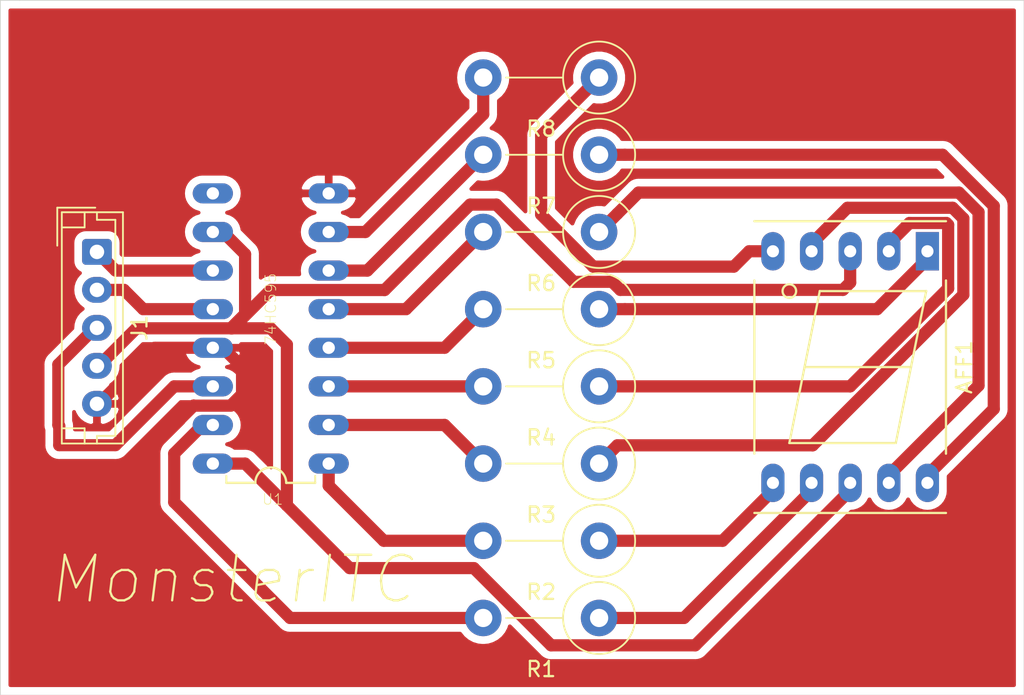
<source format=kicad_pcb>
(kicad_pcb (version 20171130) (host pcbnew "(5.1.2)-2")

  (general
    (thickness 1.6)
    (drawings 6)
    (tracks 117)
    (zones 0)
    (modules 11)
    (nets 23)
  )

  (page A4)
  (layers
    (0 F.Cu signal)
    (31 B.Cu signal)
    (32 B.Adhes user)
    (33 F.Adhes user)
    (34 B.Paste user)
    (35 F.Paste user)
    (36 B.SilkS user)
    (37 F.SilkS user)
    (38 B.Mask user)
    (39 F.Mask user)
    (40 Dwgs.User user)
    (41 Cmts.User user)
    (42 Eco1.User user)
    (43 Eco2.User user)
    (44 Edge.Cuts user)
    (45 Margin user)
    (46 B.CrtYd user)
    (47 F.CrtYd user)
    (48 B.Fab user)
    (49 F.Fab user)
  )

  (setup
    (last_trace_width 0.8)
    (user_trace_width 0.8)
    (trace_clearance 0.2)
    (zone_clearance 0.508)
    (zone_45_only no)
    (trace_min 0.2)
    (via_size 0.8)
    (via_drill 0.4)
    (via_min_size 0.4)
    (via_min_drill 0.3)
    (uvia_size 0.3)
    (uvia_drill 0.1)
    (uvias_allowed no)
    (uvia_min_size 0.2)
    (uvia_min_drill 0.1)
    (edge_width 0.05)
    (segment_width 0.2)
    (pcb_text_width 0.3)
    (pcb_text_size 1.5 1.5)
    (mod_edge_width 0.12)
    (mod_text_size 1 1)
    (mod_text_width 0.15)
    (pad_size 1.524 1.524)
    (pad_drill 0.762)
    (pad_to_mask_clearance 0.051)
    (solder_mask_min_width 0.25)
    (aux_axis_origin 0 0)
    (visible_elements FFFFFF7F)
    (pcbplotparams
      (layerselection 0x010fc_ffffffff)
      (usegerberextensions false)
      (usegerberattributes false)
      (usegerberadvancedattributes false)
      (creategerberjobfile false)
      (excludeedgelayer true)
      (linewidth 0.100000)
      (plotframeref false)
      (viasonmask false)
      (mode 1)
      (useauxorigin false)
      (hpglpennumber 1)
      (hpglpenspeed 20)
      (hpglpendiameter 15.000000)
      (psnegative false)
      (psa4output false)
      (plotreference true)
      (plotvalue true)
      (plotinvisibletext false)
      (padsonsilk false)
      (subtractmaskfromsilk false)
      (outputformat 1)
      (mirror false)
      (drillshape 0)
      (scaleselection 1)
      (outputdirectory ""))
  )

  (net 0 "")
  (net 1 "Net-(AFF1-Pad10)")
  (net 2 "Net-(AFF1-Pad9)")
  (net 3 VCC)
  (net 4 "Net-(AFF1-Pad7)")
  (net 5 "Net-(AFF1-Pad6)")
  (net 6 "Net-(AFF1-Pad5)")
  (net 7 "Net-(AFF1-Pad4)")
  (net 8 "Net-(AFF1-Pad2)")
  (net 9 "Net-(AFF1-Pad1)")
  (net 10 "Net-(J1-Pad1)")
  (net 11 "Net-(J1-Pad2)")
  (net 12 "Net-(J1-Pad3)")
  (net 13 GND)
  (net 14 "Net-(R1-Pad2)")
  (net 15 "Net-(R2-Pad2)")
  (net 16 "Net-(R3-Pad2)")
  (net 17 "Net-(R4-Pad2)")
  (net 18 "Net-(R5-Pad2)")
  (net 19 "Net-(R6-Pad2)")
  (net 20 "Net-(R7-Pad2)")
  (net 21 "Net-(R8-Pad2)")
  (net 22 "Net-(U1-Pad9)")

  (net_class Default "This is the default net class."
    (clearance 0.2)
    (trace_width 0.25)
    (via_dia 0.8)
    (via_drill 0.4)
    (uvia_dia 0.3)
    (uvia_drill 0.1)
    (add_net GND)
    (add_net "Net-(AFF1-Pad1)")
    (add_net "Net-(AFF1-Pad10)")
    (add_net "Net-(AFF1-Pad2)")
    (add_net "Net-(AFF1-Pad4)")
    (add_net "Net-(AFF1-Pad5)")
    (add_net "Net-(AFF1-Pad6)")
    (add_net "Net-(AFF1-Pad7)")
    (add_net "Net-(AFF1-Pad9)")
    (add_net "Net-(J1-Pad1)")
    (add_net "Net-(J1-Pad2)")
    (add_net "Net-(J1-Pad3)")
    (add_net "Net-(R1-Pad2)")
    (add_net "Net-(R2-Pad2)")
    (add_net "Net-(R3-Pad2)")
    (add_net "Net-(R4-Pad2)")
    (add_net "Net-(R5-Pad2)")
    (add_net "Net-(R6-Pad2)")
    (add_net "Net-(R7-Pad2)")
    (add_net "Net-(R8-Pad2)")
    (add_net "Net-(U1-Pad9)")
    (add_net VCC)
  )

  (module Resistor_THT:R_Axial_DIN0414_L11.9mm_D4.5mm_P7.62mm_Vertical (layer F.Cu) (tedit 5AE5139B) (tstamp 5D895E19)
    (at 130.81 85.09 180)
    (descr "Resistor, Axial_DIN0414 series, Axial, Vertical, pin pitch=7.62mm, 2W, length*diameter=11.9*4.5mm^2, http://www.vishay.com/docs/20128/wkxwrx.pdf")
    (tags "Resistor Axial_DIN0414 series Axial Vertical pin pitch 7.62mm 2W length 11.9mm diameter 4.5mm")
    (path /5D8950E9)
    (fp_text reference R5 (at 3.81 -3.37) (layer F.SilkS)
      (effects (font (size 1 1) (thickness 0.15)))
    )
    (fp_text value 220 (at 3.81 3.37) (layer F.Fab)
      (effects (font (size 1 1) (thickness 0.15)))
    )
    (fp_circle (center 0 0) (end 2.25 0) (layer F.Fab) (width 0.1))
    (fp_circle (center 0 0) (end 2.37 0) (layer F.SilkS) (width 0.12))
    (fp_line (start 0 0) (end 7.62 0) (layer F.Fab) (width 0.1))
    (fp_line (start 2.37 0) (end 6.12 0) (layer F.SilkS) (width 0.12))
    (fp_line (start -2.5 -2.5) (end -2.5 2.5) (layer F.CrtYd) (width 0.05))
    (fp_line (start -2.5 2.5) (end 9.07 2.5) (layer F.CrtYd) (width 0.05))
    (fp_line (start 9.07 2.5) (end 9.07 -2.5) (layer F.CrtYd) (width 0.05))
    (fp_line (start 9.07 -2.5) (end -2.5 -2.5) (layer F.CrtYd) (width 0.05))
    (fp_text user %R (at 3.81 -3.37) (layer F.Fab)
      (effects (font (size 1 1) (thickness 0.15)))
    )
    (pad 1 thru_hole circle (at 0 0 180) (size 2.4 2.4) (drill 1.2) (layers *.Cu *.Mask)
      (net 9 "Net-(AFF1-Pad1)"))
    (pad 2 thru_hole oval (at 7.62 0 180) (size 2.4 2.4) (drill 1.2) (layers *.Cu *.Mask)
      (net 18 "Net-(R5-Pad2)"))
    (model ${KISYS3DMOD}/Resistor_THT.3dshapes/R_Axial_DIN0414_L11.9mm_D4.5mm_P7.62mm_Vertical.wrl
      (at (xyz 0 0 0))
      (scale (xyz 1 1 1))
      (rotate (xyz 0 0 0))
    )
  )

  (module Display_7Segment:7SegmentLED_LTS6760_LTS6780 (layer F.Cu) (tedit 5BE69100) (tstamp 5D895DAB)
    (at 152.4 81.28 270)
    (descr "7-Segment Display, LTS67x0, http://optoelectronics.liteon.com/upload/download/DS30-2001-355/S6760jd.pdf")
    (tags "7Segment LED LTS6760 LTS6780")
    (path /5D8A266B)
    (fp_text reference AFF1 (at 7.62 -2.42 90) (layer F.SilkS)
      (effects (font (size 1 1) (thickness 0.15)))
    )
    (fp_text value LTS-6960HR (at 7.62 12.58 90) (layer F.Fab)
      (effects (font (size 1 1) (thickness 0.15)))
    )
    (fp_line (start -1.88 -0.17) (end -1.88 11.33) (layer F.Fab) (width 0.1))
    (fp_line (start -0.88 -1.17) (end -1.88 -0.17) (layer F.Fab) (width 0.1))
    (fp_line (start 17.12 -1.17) (end -0.88 -1.17) (layer F.Fab) (width 0.1))
    (fp_line (start 17.12 11.33) (end 17.12 -1.17) (layer F.Fab) (width 0.1))
    (fp_line (start -1.88 11.33) (end 17.12 11.33) (layer F.Fab) (width 0.1))
    (fp_circle (center 2.62 9.08) (end 2.42 9.48) (layer F.SilkS) (width 0.15))
    (fp_line (start 17.22 -1.22) (end 17.22 11.38) (layer F.SilkS) (width 0.15))
    (fp_line (start 13.32 11.38) (end 1.92 11.38) (layer F.SilkS) (width 0.15))
    (fp_line (start 13.32 -1.22) (end 1.92 -1.22) (layer F.SilkS) (width 0.15))
    (fp_line (start -1.98 11.38) (end -1.98 -1.22) (layer F.SilkS) (width 0.15))
    (fp_line (start 12.62 2.08) (end 12.62 9.08) (layer F.SilkS) (width 0.15))
    (fp_line (start 7.62 8.08) (end 7.62 1.08) (layer F.SilkS) (width 0.15))
    (fp_line (start 12.62 9.08) (end 7.62 8.08) (layer F.SilkS) (width 0.15))
    (fp_line (start 2.62 7.08) (end 7.62 8.08) (layer F.SilkS) (width 0.15))
    (fp_line (start 2.62 0.08) (end 2.62 7.08) (layer F.SilkS) (width 0.15))
    (fp_line (start 7.62 1.08) (end 2.62 0.08) (layer F.SilkS) (width 0.15))
    (fp_line (start 12.62 2.08) (end 7.62 1.08) (layer F.SilkS) (width 0.15))
    (fp_text user %R (at 7.87 4.824999 90) (layer F.Fab)
      (effects (font (size 1 1) (thickness 0.15)))
    )
    (fp_line (start 17.62 -1.67) (end 17.62 11.83) (layer F.CrtYd) (width 0.05))
    (fp_line (start 17.62 11.83) (end -2.38 11.83) (layer F.CrtYd) (width 0.05))
    (fp_line (start -2.38 11.83) (end -2.38 -1.67) (layer F.CrtYd) (width 0.05))
    (fp_line (start -2.38 -1.67) (end 17.62 -1.67) (layer F.CrtYd) (width 0.05))
    (pad 10 thru_hole oval (at 15.24 0 180) (size 1.524 2.524) (drill 0.8) (layers *.Cu *.Mask)
      (net 1 "Net-(AFF1-Pad10)"))
    (pad 9 thru_hole oval (at 15.24 2.54 180) (size 1.524 2.524) (drill 0.8) (layers *.Cu *.Mask)
      (net 2 "Net-(AFF1-Pad9)"))
    (pad 8 thru_hole oval (at 15.24 5.08 180) (size 1.524 2.524) (drill 0.8) (layers *.Cu *.Mask)
      (net 3 VCC))
    (pad 7 thru_hole oval (at 15.24 7.62 180) (size 1.524 2.524) (drill 0.8) (layers *.Cu *.Mask)
      (net 4 "Net-(AFF1-Pad7)"))
    (pad 6 thru_hole oval (at 15.24 10.16 180) (size 1.524 2.524) (drill 0.8) (layers *.Cu *.Mask)
      (net 5 "Net-(AFF1-Pad6)"))
    (pad 5 thru_hole oval (at 0 10.16 180) (size 1.524 2.524) (drill 0.8) (layers *.Cu *.Mask)
      (net 6 "Net-(AFF1-Pad5)"))
    (pad 4 thru_hole oval (at 0 7.62 180) (size 1.524 2.524) (drill 0.8) (layers *.Cu *.Mask)
      (net 7 "Net-(AFF1-Pad4)"))
    (pad 3 thru_hole oval (at 0 5.08 180) (size 1.524 2.524) (drill 0.8) (layers *.Cu *.Mask)
      (net 3 VCC))
    (pad 2 thru_hole oval (at 0 2.54 180) (size 1.524 2.524) (drill 0.8) (layers *.Cu *.Mask)
      (net 8 "Net-(AFF1-Pad2)"))
    (pad 1 thru_hole rect (at 0 0 180) (size 1.524 2.524) (drill 0.8) (layers *.Cu *.Mask)
      (net 9 "Net-(AFF1-Pad1)"))
    (model ${KISYS3DMOD}/Display_7Segment.3dshapes/7SegmentLED_LTS6760_LTS6780.wrl
      (at (xyz 0 0 0))
      (scale (xyz 1 1 1))
      (rotate (xyz 0 0 0))
    )
  )

  (module Connector_JST:JST_EH_B5B-EH-A_1x05_P2.50mm_Vertical (layer F.Cu) (tedit 5C28142C) (tstamp 5D895DCE)
    (at 97.79 81.32 270)
    (descr "JST EH series connector, B5B-EH-A (http://www.jst-mfg.com/product/pdf/eng/eEH.pdf), generated with kicad-footprint-generator")
    (tags "connector JST EH vertical")
    (path /5D88F904)
    (fp_text reference J1 (at 5 -2.8 90) (layer F.SilkS)
      (effects (font (size 1 1) (thickness 0.15)))
    )
    (fp_text value Conn_01x05_Male (at 5 3.4 90) (layer F.Fab)
      (effects (font (size 1 1) (thickness 0.15)))
    )
    (fp_line (start -2.5 -1.6) (end -2.5 2.2) (layer F.Fab) (width 0.1))
    (fp_line (start -2.5 2.2) (end 12.5 2.2) (layer F.Fab) (width 0.1))
    (fp_line (start 12.5 2.2) (end 12.5 -1.6) (layer F.Fab) (width 0.1))
    (fp_line (start 12.5 -1.6) (end -2.5 -1.6) (layer F.Fab) (width 0.1))
    (fp_line (start -3 -2.1) (end -3 2.7) (layer F.CrtYd) (width 0.05))
    (fp_line (start -3 2.7) (end 13 2.7) (layer F.CrtYd) (width 0.05))
    (fp_line (start 13 2.7) (end 13 -2.1) (layer F.CrtYd) (width 0.05))
    (fp_line (start 13 -2.1) (end -3 -2.1) (layer F.CrtYd) (width 0.05))
    (fp_line (start -2.61 -1.71) (end -2.61 2.31) (layer F.SilkS) (width 0.12))
    (fp_line (start -2.61 2.31) (end 12.61 2.31) (layer F.SilkS) (width 0.12))
    (fp_line (start 12.61 2.31) (end 12.61 -1.71) (layer F.SilkS) (width 0.12))
    (fp_line (start 12.61 -1.71) (end -2.61 -1.71) (layer F.SilkS) (width 0.12))
    (fp_line (start -2.61 0) (end -2.11 0) (layer F.SilkS) (width 0.12))
    (fp_line (start -2.11 0) (end -2.11 -1.21) (layer F.SilkS) (width 0.12))
    (fp_line (start -2.11 -1.21) (end 12.11 -1.21) (layer F.SilkS) (width 0.12))
    (fp_line (start 12.11 -1.21) (end 12.11 0) (layer F.SilkS) (width 0.12))
    (fp_line (start 12.11 0) (end 12.61 0) (layer F.SilkS) (width 0.12))
    (fp_line (start -2.61 0.81) (end -1.61 0.81) (layer F.SilkS) (width 0.12))
    (fp_line (start -1.61 0.81) (end -1.61 2.31) (layer F.SilkS) (width 0.12))
    (fp_line (start 12.61 0.81) (end 11.61 0.81) (layer F.SilkS) (width 0.12))
    (fp_line (start 11.61 0.81) (end 11.61 2.31) (layer F.SilkS) (width 0.12))
    (fp_line (start -2.91 0.11) (end -2.91 2.61) (layer F.SilkS) (width 0.12))
    (fp_line (start -2.91 2.61) (end -0.41 2.61) (layer F.SilkS) (width 0.12))
    (fp_line (start -2.91 0.11) (end -2.91 2.61) (layer F.Fab) (width 0.1))
    (fp_line (start -2.91 2.61) (end -0.41 2.61) (layer F.Fab) (width 0.1))
    (fp_text user %R (at 1.23 0 90) (layer F.Fab)
      (effects (font (size 1 1) (thickness 0.15)))
    )
    (pad 1 thru_hole roundrect (at 0 0 270) (size 1.7 1.95) (drill 0.95) (layers *.Cu *.Mask) (roundrect_rratio 0.147059)
      (net 10 "Net-(J1-Pad1)"))
    (pad 2 thru_hole oval (at 2.5 0 270) (size 1.7 1.95) (drill 0.95) (layers *.Cu *.Mask)
      (net 11 "Net-(J1-Pad2)"))
    (pad 3 thru_hole oval (at 5 0 270) (size 1.7 1.95) (drill 0.95) (layers *.Cu *.Mask)
      (net 12 "Net-(J1-Pad3)"))
    (pad 4 thru_hole oval (at 7.5 0 270) (size 1.7 1.95) (drill 0.95) (layers *.Cu *.Mask)
      (net 3 VCC))
    (pad 5 thru_hole oval (at 10 0 270) (size 1.7 1.95) (drill 0.95) (layers *.Cu *.Mask)
      (net 13 GND))
    (model ${KISYS3DMOD}/Connector_JST.3dshapes/JST_EH_B5B-EH-A_1x05_P2.50mm_Vertical.wrl
      (at (xyz 0 0 0))
      (scale (xyz 1 1 1))
      (rotate (xyz 0 0 0))
    )
  )

  (module Resistor_THT:R_Axial_DIN0414_L11.9mm_D4.5mm_P7.62mm_Vertical (layer F.Cu) (tedit 5AE5139B) (tstamp 5D895DDD)
    (at 130.81 105.41 180)
    (descr "Resistor, Axial_DIN0414 series, Axial, Vertical, pin pitch=7.62mm, 2W, length*diameter=11.9*4.5mm^2, http://www.vishay.com/docs/20128/wkxwrx.pdf")
    (tags "Resistor Axial_DIN0414 series Axial Vertical pin pitch 7.62mm 2W length 11.9mm diameter 4.5mm")
    (path /5D8931A2)
    (fp_text reference R1 (at 3.81 -3.37) (layer F.SilkS)
      (effects (font (size 1 1) (thickness 0.15)))
    )
    (fp_text value 220 (at 3.81 3.37) (layer F.Fab)
      (effects (font (size 1 1) (thickness 0.15)))
    )
    (fp_circle (center 0 0) (end 2.25 0) (layer F.Fab) (width 0.1))
    (fp_circle (center 0 0) (end 2.37 0) (layer F.SilkS) (width 0.12))
    (fp_line (start 0 0) (end 7.62 0) (layer F.Fab) (width 0.1))
    (fp_line (start 2.37 0) (end 6.12 0) (layer F.SilkS) (width 0.12))
    (fp_line (start -2.5 -2.5) (end -2.5 2.5) (layer F.CrtYd) (width 0.05))
    (fp_line (start -2.5 2.5) (end 9.07 2.5) (layer F.CrtYd) (width 0.05))
    (fp_line (start 9.07 2.5) (end 9.07 -2.5) (layer F.CrtYd) (width 0.05))
    (fp_line (start 9.07 -2.5) (end -2.5 -2.5) (layer F.CrtYd) (width 0.05))
    (fp_text user %R (at 3.81 -3.37) (layer F.Fab)
      (effects (font (size 1 1) (thickness 0.15)))
    )
    (pad 1 thru_hole circle (at 0 0 180) (size 2.4 2.4) (drill 1.2) (layers *.Cu *.Mask)
      (net 4 "Net-(AFF1-Pad7)"))
    (pad 2 thru_hole oval (at 7.62 0 180) (size 2.4 2.4) (drill 1.2) (layers *.Cu *.Mask)
      (net 14 "Net-(R1-Pad2)"))
    (model ${KISYS3DMOD}/Resistor_THT.3dshapes/R_Axial_DIN0414_L11.9mm_D4.5mm_P7.62mm_Vertical.wrl
      (at (xyz 0 0 0))
      (scale (xyz 1 1 1))
      (rotate (xyz 0 0 0))
    )
  )

  (module Resistor_THT:R_Axial_DIN0414_L11.9mm_D4.5mm_P7.62mm_Vertical (layer F.Cu) (tedit 5AE5139B) (tstamp 5D895DEC)
    (at 130.81 100.33 180)
    (descr "Resistor, Axial_DIN0414 series, Axial, Vertical, pin pitch=7.62mm, 2W, length*diameter=11.9*4.5mm^2, http://www.vishay.com/docs/20128/wkxwrx.pdf")
    (tags "Resistor Axial_DIN0414 series Axial Vertical pin pitch 7.62mm 2W length 11.9mm diameter 4.5mm")
    (path /5D8938B0)
    (fp_text reference R2 (at 3.81 -3.37) (layer F.SilkS)
      (effects (font (size 1 1) (thickness 0.15)))
    )
    (fp_text value 220 (at 3.81 3.37) (layer F.Fab)
      (effects (font (size 1 1) (thickness 0.15)))
    )
    (fp_text user %R (at 3.81 -3.37) (layer F.Fab)
      (effects (font (size 1 1) (thickness 0.15)))
    )
    (fp_line (start 9.07 -2.5) (end -2.5 -2.5) (layer F.CrtYd) (width 0.05))
    (fp_line (start 9.07 2.5) (end 9.07 -2.5) (layer F.CrtYd) (width 0.05))
    (fp_line (start -2.5 2.5) (end 9.07 2.5) (layer F.CrtYd) (width 0.05))
    (fp_line (start -2.5 -2.5) (end -2.5 2.5) (layer F.CrtYd) (width 0.05))
    (fp_line (start 2.37 0) (end 6.12 0) (layer F.SilkS) (width 0.12))
    (fp_line (start 0 0) (end 7.62 0) (layer F.Fab) (width 0.1))
    (fp_circle (center 0 0) (end 2.37 0) (layer F.SilkS) (width 0.12))
    (fp_circle (center 0 0) (end 2.25 0) (layer F.Fab) (width 0.1))
    (pad 2 thru_hole oval (at 7.62 0 180) (size 2.4 2.4) (drill 1.2) (layers *.Cu *.Mask)
      (net 15 "Net-(R2-Pad2)"))
    (pad 1 thru_hole circle (at 0 0 180) (size 2.4 2.4) (drill 1.2) (layers *.Cu *.Mask)
      (net 5 "Net-(AFF1-Pad6)"))
    (model ${KISYS3DMOD}/Resistor_THT.3dshapes/R_Axial_DIN0414_L11.9mm_D4.5mm_P7.62mm_Vertical.wrl
      (at (xyz 0 0 0))
      (scale (xyz 1 1 1))
      (rotate (xyz 0 0 0))
    )
  )

  (module Resistor_THT:R_Axial_DIN0414_L11.9mm_D4.5mm_P7.62mm_Vertical (layer F.Cu) (tedit 5AE5139B) (tstamp 5D895DFB)
    (at 130.81 95.25 180)
    (descr "Resistor, Axial_DIN0414 series, Axial, Vertical, pin pitch=7.62mm, 2W, length*diameter=11.9*4.5mm^2, http://www.vishay.com/docs/20128/wkxwrx.pdf")
    (tags "Resistor Axial_DIN0414 series Axial Vertical pin pitch 7.62mm 2W length 11.9mm diameter 4.5mm")
    (path /5D894B11)
    (fp_text reference R3 (at 3.81 -3.37) (layer F.SilkS)
      (effects (font (size 1 1) (thickness 0.15)))
    )
    (fp_text value 220 (at 3.81 3.37) (layer F.Fab)
      (effects (font (size 1 1) (thickness 0.15)))
    )
    (fp_circle (center 0 0) (end 2.25 0) (layer F.Fab) (width 0.1))
    (fp_circle (center 0 0) (end 2.37 0) (layer F.SilkS) (width 0.12))
    (fp_line (start 0 0) (end 7.62 0) (layer F.Fab) (width 0.1))
    (fp_line (start 2.37 0) (end 6.12 0) (layer F.SilkS) (width 0.12))
    (fp_line (start -2.5 -2.5) (end -2.5 2.5) (layer F.CrtYd) (width 0.05))
    (fp_line (start -2.5 2.5) (end 9.07 2.5) (layer F.CrtYd) (width 0.05))
    (fp_line (start 9.07 2.5) (end 9.07 -2.5) (layer F.CrtYd) (width 0.05))
    (fp_line (start 9.07 -2.5) (end -2.5 -2.5) (layer F.CrtYd) (width 0.05))
    (fp_text user %R (at 3.81 -3.37) (layer F.Fab)
      (effects (font (size 1 1) (thickness 0.15)))
    )
    (pad 1 thru_hole circle (at 0 0 180) (size 2.4 2.4) (drill 1.2) (layers *.Cu *.Mask)
      (net 7 "Net-(AFF1-Pad4)"))
    (pad 2 thru_hole oval (at 7.62 0 180) (size 2.4 2.4) (drill 1.2) (layers *.Cu *.Mask)
      (net 16 "Net-(R3-Pad2)"))
    (model ${KISYS3DMOD}/Resistor_THT.3dshapes/R_Axial_DIN0414_L11.9mm_D4.5mm_P7.62mm_Vertical.wrl
      (at (xyz 0 0 0))
      (scale (xyz 1 1 1))
      (rotate (xyz 0 0 0))
    )
  )

  (module Resistor_THT:R_Axial_DIN0414_L11.9mm_D4.5mm_P7.62mm_Vertical (layer F.Cu) (tedit 5AE5139B) (tstamp 5D895E0A)
    (at 130.81 90.17 180)
    (descr "Resistor, Axial_DIN0414 series, Axial, Vertical, pin pitch=7.62mm, 2W, length*diameter=11.9*4.5mm^2, http://www.vishay.com/docs/20128/wkxwrx.pdf")
    (tags "Resistor Axial_DIN0414 series Axial Vertical pin pitch 7.62mm 2W length 11.9mm diameter 4.5mm")
    (path /5D894B17)
    (fp_text reference R4 (at 3.81 -3.37) (layer F.SilkS)
      (effects (font (size 1 1) (thickness 0.15)))
    )
    (fp_text value 220 (at 3.81 3.37) (layer F.Fab)
      (effects (font (size 1 1) (thickness 0.15)))
    )
    (fp_text user %R (at 3.81 -3.37) (layer F.Fab)
      (effects (font (size 1 1) (thickness 0.15)))
    )
    (fp_line (start 9.07 -2.5) (end -2.5 -2.5) (layer F.CrtYd) (width 0.05))
    (fp_line (start 9.07 2.5) (end 9.07 -2.5) (layer F.CrtYd) (width 0.05))
    (fp_line (start -2.5 2.5) (end 9.07 2.5) (layer F.CrtYd) (width 0.05))
    (fp_line (start -2.5 -2.5) (end -2.5 2.5) (layer F.CrtYd) (width 0.05))
    (fp_line (start 2.37 0) (end 6.12 0) (layer F.SilkS) (width 0.12))
    (fp_line (start 0 0) (end 7.62 0) (layer F.Fab) (width 0.1))
    (fp_circle (center 0 0) (end 2.37 0) (layer F.SilkS) (width 0.12))
    (fp_circle (center 0 0) (end 2.25 0) (layer F.Fab) (width 0.1))
    (pad 2 thru_hole oval (at 7.62 0 180) (size 2.4 2.4) (drill 1.2) (layers *.Cu *.Mask)
      (net 17 "Net-(R4-Pad2)"))
    (pad 1 thru_hole circle (at 0 0 180) (size 2.4 2.4) (drill 1.2) (layers *.Cu *.Mask)
      (net 8 "Net-(AFF1-Pad2)"))
    (model ${KISYS3DMOD}/Resistor_THT.3dshapes/R_Axial_DIN0414_L11.9mm_D4.5mm_P7.62mm_Vertical.wrl
      (at (xyz 0 0 0))
      (scale (xyz 1 1 1))
      (rotate (xyz 0 0 0))
    )
  )

  (module Resistor_THT:R_Axial_DIN0414_L11.9mm_D4.5mm_P7.62mm_Vertical (layer F.Cu) (tedit 5AE5139B) (tstamp 5D895E28)
    (at 130.81 80.01 180)
    (descr "Resistor, Axial_DIN0414 series, Axial, Vertical, pin pitch=7.62mm, 2W, length*diameter=11.9*4.5mm^2, http://www.vishay.com/docs/20128/wkxwrx.pdf")
    (tags "Resistor Axial_DIN0414 series Axial Vertical pin pitch 7.62mm 2W length 11.9mm diameter 4.5mm")
    (path /5D8950EF)
    (fp_text reference R6 (at 3.81 -3.37) (layer F.SilkS)
      (effects (font (size 1 1) (thickness 0.15)))
    )
    (fp_text value 220 (at 3.81 3.37) (layer F.Fab)
      (effects (font (size 1 1) (thickness 0.15)))
    )
    (fp_text user %R (at 3.81 -3.37) (layer F.Fab)
      (effects (font (size 1 1) (thickness 0.15)))
    )
    (fp_line (start 9.07 -2.5) (end -2.5 -2.5) (layer F.CrtYd) (width 0.05))
    (fp_line (start 9.07 2.5) (end 9.07 -2.5) (layer F.CrtYd) (width 0.05))
    (fp_line (start -2.5 2.5) (end 9.07 2.5) (layer F.CrtYd) (width 0.05))
    (fp_line (start -2.5 -2.5) (end -2.5 2.5) (layer F.CrtYd) (width 0.05))
    (fp_line (start 2.37 0) (end 6.12 0) (layer F.SilkS) (width 0.12))
    (fp_line (start 0 0) (end 7.62 0) (layer F.Fab) (width 0.1))
    (fp_circle (center 0 0) (end 2.37 0) (layer F.SilkS) (width 0.12))
    (fp_circle (center 0 0) (end 2.25 0) (layer F.Fab) (width 0.1))
    (pad 2 thru_hole oval (at 7.62 0 180) (size 2.4 2.4) (drill 1.2) (layers *.Cu *.Mask)
      (net 19 "Net-(R6-Pad2)"))
    (pad 1 thru_hole circle (at 0 0 180) (size 2.4 2.4) (drill 1.2) (layers *.Cu *.Mask)
      (net 2 "Net-(AFF1-Pad9)"))
    (model ${KISYS3DMOD}/Resistor_THT.3dshapes/R_Axial_DIN0414_L11.9mm_D4.5mm_P7.62mm_Vertical.wrl
      (at (xyz 0 0 0))
      (scale (xyz 1 1 1))
      (rotate (xyz 0 0 0))
    )
  )

  (module Resistor_THT:R_Axial_DIN0414_L11.9mm_D4.5mm_P7.62mm_Vertical (layer F.Cu) (tedit 5AE5139B) (tstamp 5D895E37)
    (at 130.81 74.93 180)
    (descr "Resistor, Axial_DIN0414 series, Axial, Vertical, pin pitch=7.62mm, 2W, length*diameter=11.9*4.5mm^2, http://www.vishay.com/docs/20128/wkxwrx.pdf")
    (tags "Resistor Axial_DIN0414 series Axial Vertical pin pitch 7.62mm 2W length 11.9mm diameter 4.5mm")
    (path /5D89565D)
    (fp_text reference R7 (at 3.81 -3.37) (layer F.SilkS)
      (effects (font (size 1 1) (thickness 0.15)))
    )
    (fp_text value 220 (at 3.81 3.37) (layer F.Fab)
      (effects (font (size 1 1) (thickness 0.15)))
    )
    (fp_circle (center 0 0) (end 2.25 0) (layer F.Fab) (width 0.1))
    (fp_circle (center 0 0) (end 2.37 0) (layer F.SilkS) (width 0.12))
    (fp_line (start 0 0) (end 7.62 0) (layer F.Fab) (width 0.1))
    (fp_line (start 2.37 0) (end 6.12 0) (layer F.SilkS) (width 0.12))
    (fp_line (start -2.5 -2.5) (end -2.5 2.5) (layer F.CrtYd) (width 0.05))
    (fp_line (start -2.5 2.5) (end 9.07 2.5) (layer F.CrtYd) (width 0.05))
    (fp_line (start 9.07 2.5) (end 9.07 -2.5) (layer F.CrtYd) (width 0.05))
    (fp_line (start 9.07 -2.5) (end -2.5 -2.5) (layer F.CrtYd) (width 0.05))
    (fp_text user %R (at 3.81 -3.37) (layer F.Fab)
      (effects (font (size 1 1) (thickness 0.15)))
    )
    (pad 1 thru_hole circle (at 0 0 180) (size 2.4 2.4) (drill 1.2) (layers *.Cu *.Mask)
      (net 1 "Net-(AFF1-Pad10)"))
    (pad 2 thru_hole oval (at 7.62 0 180) (size 2.4 2.4) (drill 1.2) (layers *.Cu *.Mask)
      (net 20 "Net-(R7-Pad2)"))
    (model ${KISYS3DMOD}/Resistor_THT.3dshapes/R_Axial_DIN0414_L11.9mm_D4.5mm_P7.62mm_Vertical.wrl
      (at (xyz 0 0 0))
      (scale (xyz 1 1 1))
      (rotate (xyz 0 0 0))
    )
  )

  (module Resistor_THT:R_Axial_DIN0414_L11.9mm_D4.5mm_P7.62mm_Vertical (layer F.Cu) (tedit 5AE5139B) (tstamp 5D895E46)
    (at 130.81 69.85 180)
    (descr "Resistor, Axial_DIN0414 series, Axial, Vertical, pin pitch=7.62mm, 2W, length*diameter=11.9*4.5mm^2, http://www.vishay.com/docs/20128/wkxwrx.pdf")
    (tags "Resistor Axial_DIN0414 series Axial Vertical pin pitch 7.62mm 2W length 11.9mm diameter 4.5mm")
    (path /5D895663)
    (fp_text reference R8 (at 3.81 -3.37) (layer F.SilkS)
      (effects (font (size 1 1) (thickness 0.15)))
    )
    (fp_text value 220 (at 3.81 3.37) (layer F.Fab)
      (effects (font (size 1 1) (thickness 0.15)))
    )
    (fp_text user %R (at 3.81 -3.37) (layer F.Fab)
      (effects (font (size 1 1) (thickness 0.15)))
    )
    (fp_line (start 9.07 -2.5) (end -2.5 -2.5) (layer F.CrtYd) (width 0.05))
    (fp_line (start 9.07 2.5) (end 9.07 -2.5) (layer F.CrtYd) (width 0.05))
    (fp_line (start -2.5 2.5) (end 9.07 2.5) (layer F.CrtYd) (width 0.05))
    (fp_line (start -2.5 -2.5) (end -2.5 2.5) (layer F.CrtYd) (width 0.05))
    (fp_line (start 2.37 0) (end 6.12 0) (layer F.SilkS) (width 0.12))
    (fp_line (start 0 0) (end 7.62 0) (layer F.Fab) (width 0.1))
    (fp_circle (center 0 0) (end 2.37 0) (layer F.SilkS) (width 0.12))
    (fp_circle (center 0 0) (end 2.25 0) (layer F.Fab) (width 0.1))
    (pad 2 thru_hole oval (at 7.62 0 180) (size 2.4 2.4) (drill 1.2) (layers *.Cu *.Mask)
      (net 21 "Net-(R8-Pad2)"))
    (pad 1 thru_hole circle (at 0 0 180) (size 2.4 2.4) (drill 1.2) (layers *.Cu *.Mask)
      (net 6 "Net-(AFF1-Pad5)"))
    (model ${KISYS3DMOD}/Resistor_THT.3dshapes/R_Axial_DIN0414_L11.9mm_D4.5mm_P7.62mm_Vertical.wrl
      (at (xyz 0 0 0))
      (scale (xyz 1 1 1))
      (rotate (xyz 0 0 0))
    )
  )

  (module LOGIC-74HC595N_DIP16_:DIP16-2.54-20.32X5.84MM (layer F.Cu) (tedit 0) (tstamp 5D895E60)
    (at 109.22 86.36 90)
    (descr "<b>Dual In Line Package</b>")
    (path /5D890BBD)
    (fp_text reference U1 (at -11.243 0.12704) (layer F.SilkS)
      (effects (font (size 0.70022 0.70022) (thickness 0.05)))
    )
    (fp_text value 74HC595 (at 1.27 0 90) (layer F.SilkS)
      (effects (font (size 0.700439 0.700439) (thickness 0.05)))
    )
    (fp_line (start -10.16 -2.921) (end -10.16 -1.016) (layer F.SilkS) (width 0.1524))
    (fp_line (start -10.16 2.921) (end -10.16 1.016) (layer F.SilkS) (width 0.1524))
    (fp_arc (start -10.16 0) (end -10.16 1.016) (angle -180) (layer F.SilkS) (width 0.1524))
    (fp_poly (pts (xy -10.1801 -2.921) (xy 10.16 -2.921) (xy 10.16 2.92679) (xy -10.1801 2.92679)) (layer Eco1.User) (width 0))
    (fp_line (start -10.16 -2.921) (end -9.7 -2.921) (layer F.SilkS) (width 0.127))
    (fp_line (start -10.16 2.921) (end -9.7 2.921) (layer F.SilkS) (width 0.127))
    (pad 1 thru_hole oval (at -8.89 3.81 180) (size 2.6416 1.3208) (drill 0.8128) (layers *.Cu *.Mask)
      (net 15 "Net-(R2-Pad2)"))
    (pad 2 thru_hole oval (at -6.35 3.81 180) (size 2.6416 1.3208) (drill 0.8128) (layers *.Cu *.Mask)
      (net 16 "Net-(R3-Pad2)"))
    (pad 7 thru_hole oval (at 6.35 3.81 180) (size 2.6416 1.3208) (drill 0.8128) (layers *.Cu *.Mask)
      (net 21 "Net-(R8-Pad2)"))
    (pad 8 thru_hole oval (at 8.89 3.81 180) (size 2.6416 1.3208) (drill 0.8128) (layers *.Cu *.Mask)
      (net 13 GND))
    (pad 3 thru_hole oval (at -3.81 3.81 180) (size 2.6416 1.3208) (drill 0.8128) (layers *.Cu *.Mask)
      (net 17 "Net-(R4-Pad2)"))
    (pad 4 thru_hole oval (at -1.27 3.81 180) (size 2.6416 1.3208) (drill 0.8128) (layers *.Cu *.Mask)
      (net 18 "Net-(R5-Pad2)"))
    (pad 6 thru_hole oval (at 3.81 3.81 180) (size 2.6416 1.3208) (drill 0.8128) (layers *.Cu *.Mask)
      (net 20 "Net-(R7-Pad2)"))
    (pad 5 thru_hole oval (at 1.27 3.81 180) (size 2.6416 1.3208) (drill 0.8128) (layers *.Cu *.Mask)
      (net 19 "Net-(R6-Pad2)"))
    (pad 9 thru_hole oval (at 8.89 -3.81 180) (size 2.6416 1.3208) (drill 0.8128) (layers *.Cu *.Mask)
      (net 22 "Net-(U1-Pad9)"))
    (pad 10 thru_hole oval (at 6.35 -3.81 180) (size 2.6416 1.3208) (drill 0.8128) (layers *.Cu *.Mask)
      (net 3 VCC))
    (pad 11 thru_hole oval (at 3.81 -3.81 180) (size 2.6416 1.3208) (drill 0.8128) (layers *.Cu *.Mask)
      (net 10 "Net-(J1-Pad1)"))
    (pad 12 thru_hole oval (at 1.27 -3.81 180) (size 2.6416 1.3208) (drill 0.8128) (layers *.Cu *.Mask)
      (net 11 "Net-(J1-Pad2)"))
    (pad 13 thru_hole oval (at -1.27 -3.81 180) (size 2.6416 1.3208) (drill 0.8128) (layers *.Cu *.Mask)
      (net 13 GND))
    (pad 14 thru_hole oval (at -3.81 -3.81 180) (size 2.6416 1.3208) (drill 0.8128) (layers *.Cu *.Mask)
      (net 12 "Net-(J1-Pad3)"))
    (pad 15 thru_hole oval (at -6.35 -3.81 180) (size 2.6416 1.3208) (drill 0.8128) (layers *.Cu *.Mask)
      (net 14 "Net-(R1-Pad2)"))
    (pad 16 thru_hole oval (at -8.89 -3.81 180) (size 2.6416 1.3208) (drill 0.8128) (layers *.Cu *.Mask)
      (net 3 VCC))
  )

  (gr_text "MonsterITC\n" (at 106.68 102.87) (layer F.SilkS)
    (effects (font (size 3 3) (thickness 0.15) italic))
  )
  (gr_line (start 91.44 64.77) (end 91.44 110.49) (layer Edge.Cuts) (width 0.05) (tstamp 5D89667B))
  (gr_line (start 92.71 64.77) (end 91.44 64.77) (layer Edge.Cuts) (width 0.05))
  (gr_line (start 158.75 64.77) (end 92.71 64.77) (layer Edge.Cuts) (width 0.05))
  (gr_line (start 158.75 110.49) (end 158.75 64.77) (layer Edge.Cuts) (width 0.05))
  (gr_line (start 91.44 110.49) (end 158.75 110.49) (layer Edge.Cuts) (width 0.05))

  (segment (start 132.507056 74.93) (end 130.81 74.93) (width 0.8) (layer F.Cu) (net 1))
  (segment (start 153.396682 74.93) (end 132.507056 74.93) (width 0.8) (layer F.Cu) (net 1))
  (segment (start 156.762031 78.295349) (end 153.396682 74.93) (width 0.8) (layer F.Cu) (net 1))
  (segment (start 156.762031 91.657969) (end 156.762031 78.295349) (width 0.8) (layer F.Cu) (net 1))
  (segment (start 152.4 96.02) (end 156.762031 91.657969) (width 0.8) (layer F.Cu) (net 1))
  (segment (start 152.4 96.52) (end 152.4 96.02) (width 0.8) (layer F.Cu) (net 1))
  (segment (start 133.402021 77.417979) (end 132.009999 78.810001) (width 0.8) (layer F.Cu) (net 2))
  (segment (start 154.470435 77.417979) (end 133.402021 77.417979) (width 0.8) (layer F.Cu) (net 2))
  (segment (start 155.762021 78.709565) (end 154.470435 77.417979) (width 0.8) (layer F.Cu) (net 2))
  (segment (start 155.762021 90.117979) (end 155.762021 78.709565) (width 0.8) (layer F.Cu) (net 2))
  (segment (start 132.009999 78.810001) (end 130.81 80.01) (width 0.8) (layer F.Cu) (net 2))
  (segment (start 149.86 96.02) (end 155.762021 90.117979) (width 0.8) (layer F.Cu) (net 2))
  (segment (start 149.86 96.52) (end 149.86 96.02) (width 0.8) (layer F.Cu) (net 2))
  (segment (start 106.0704 80.01) (end 105.41 80.01) (width 0.8) (layer F.Cu) (net 3))
  (segment (start 106.592478 86.35041) (end 107.5308 85.412088) (width 0.8) (layer F.Cu) (net 3))
  (segment (start 100.38459 86.35041) (end 106.592478 86.35041) (width 0.8) (layer F.Cu) (net 3))
  (segment (start 97.915 88.82) (end 100.38459 86.35041) (width 0.8) (layer F.Cu) (net 3))
  (segment (start 107.5308 81.4704) (end 106.0704 80.01) (width 0.8) (layer F.Cu) (net 3))
  (segment (start 97.79 88.82) (end 97.915 88.82) (width 0.8) (layer F.Cu) (net 3))
  (segment (start 107.5308 85.412088) (end 107.5308 84.2392) (width 0.8) (layer F.Cu) (net 3))
  (segment (start 107.5308 84.2392) (end 107.5308 81.4704) (width 0.8) (layer F.Cu) (net 3))
  (segment (start 107.5308 95.25) (end 105.41 95.25) (width 0.8) (layer F.Cu) (net 3))
  (segment (start 122.574003 102.130001) (end 114.410801 102.130001) (width 0.8) (layer F.Cu) (net 3))
  (segment (start 127.654003 107.210001) (end 122.574003 102.130001) (width 0.8) (layer F.Cu) (net 3))
  (segment (start 147.32 97.02) (end 137.129999 107.210001) (width 0.8) (layer F.Cu) (net 3))
  (segment (start 137.129999 107.210001) (end 127.654003 107.210001) (width 0.8) (layer F.Cu) (net 3))
  (segment (start 147.32 96.52) (end 147.32 97.02) (width 0.8) (layer F.Cu) (net 3))
  (segment (start 110.2804 87.4204) (end 110.2804 97.9996) (width 0.8) (layer F.Cu) (net 3))
  (segment (start 109.21041 86.35041) (end 110.2804 87.4204) (width 0.8) (layer F.Cu) (net 3))
  (segment (start 114.410801 102.130001) (end 110.2804 97.9996) (width 0.8) (layer F.Cu) (net 3))
  (segment (start 110.2804 97.9996) (end 107.5308 95.25) (width 0.8) (layer F.Cu) (net 3))
  (segment (start 109.21041 83.82959) (end 106.68959 86.35041) (width 0.8) (layer F.Cu) (net 3))
  (segment (start 116.706408 83.82959) (end 109.21041 83.82959) (width 0.8) (layer F.Cu) (net 3))
  (segment (start 122.325999 78.209999) (end 116.706408 83.82959) (width 0.8) (layer F.Cu) (net 3))
  (segment (start 129.134001 83.289999) (end 124.054001 78.209999) (width 0.8) (layer F.Cu) (net 3))
  (segment (start 124.054001 78.209999) (end 122.325999 78.209999) (width 0.8) (layer F.Cu) (net 3))
  (segment (start 132.204002 83.82) (end 131.674001 83.289999) (width 0.8) (layer F.Cu) (net 3))
  (segment (start 146.842 83.82) (end 132.204002 83.82) (width 0.8) (layer F.Cu) (net 3))
  (segment (start 131.674001 83.289999) (end 129.134001 83.289999) (width 0.8) (layer F.Cu) (net 3))
  (segment (start 147.32 83.342) (end 146.842 83.82) (width 0.8) (layer F.Cu) (net 3))
  (segment (start 147.32 81.28) (end 147.32 83.342) (width 0.8) (layer F.Cu) (net 3))
  (segment (start 106.68959 86.35041) (end 109.21041 86.35041) (width 0.8) (layer F.Cu) (net 3))
  (segment (start 106.592478 86.35041) (end 106.68959 86.35041) (width 0.8) (layer F.Cu) (net 3))
  (segment (start 144.78 97.02) (end 144.78 96.52) (width 0.8) (layer F.Cu) (net 4))
  (segment (start 136.39 105.41) (end 144.78 97.02) (width 0.8) (layer F.Cu) (net 4))
  (segment (start 130.81 105.41) (end 136.39 105.41) (width 0.8) (layer F.Cu) (net 4))
  (segment (start 142.24 97.02) (end 142.24 96.52) (width 0.8) (layer F.Cu) (net 5))
  (segment (start 138.93 100.33) (end 142.24 97.02) (width 0.8) (layer F.Cu) (net 5))
  (segment (start 130.81 100.33) (end 138.93 100.33) (width 0.8) (layer F.Cu) (net 5))
  (segment (start 130.425987 82.289989) (end 127 78.864002) (width 0.8) (layer F.Cu) (net 6))
  (segment (start 139.668011 82.289989) (end 130.425987 82.289989) (width 0.8) (layer F.Cu) (net 6))
  (segment (start 142.24 81.28) (end 140.678 81.28) (width 0.8) (layer F.Cu) (net 6))
  (segment (start 140.678 81.28) (end 139.668011 82.289989) (width 0.8) (layer F.Cu) (net 6))
  (segment (start 127 73.66) (end 130.81 69.85) (width 0.8) (layer F.Cu) (net 6))
  (segment (start 127 78.864002) (end 127 73.66) (width 0.8) (layer F.Cu) (net 6))
  (segment (start 132.009999 94.050001) (end 130.81 95.25) (width 0.8) (layer F.Cu) (net 7))
  (segment (start 144.854225 94.050001) (end 132.009999 94.050001) (width 0.8) (layer F.Cu) (net 7))
  (segment (start 154.762011 84.142215) (end 144.854225 94.050001) (width 0.8) (layer F.Cu) (net 7))
  (segment (start 154.762011 79.123782) (end 154.762011 84.142215) (width 0.8) (layer F.Cu) (net 7))
  (segment (start 154.056218 78.417989) (end 154.762011 79.123782) (width 0.8) (layer F.Cu) (net 7))
  (segment (start 147.142011 78.417989) (end 154.056218 78.417989) (width 0.8) (layer F.Cu) (net 7))
  (segment (start 144.78 80.78) (end 147.142011 78.417989) (width 0.8) (layer F.Cu) (net 7))
  (segment (start 144.78 81.28) (end 144.78 80.78) (width 0.8) (layer F.Cu) (net 7))
  (segment (start 153.762001 79.537999) (end 153.762001 83.727999) (width 0.8) (layer F.Cu) (net 8))
  (segment (start 153.642001 79.417999) (end 153.762001 79.537999) (width 0.8) (layer F.Cu) (net 8))
  (segment (start 151.222001 79.417999) (end 153.642001 79.417999) (width 0.8) (layer F.Cu) (net 8))
  (segment (start 149.86 81.28) (end 149.86 80.78) (width 0.8) (layer F.Cu) (net 8))
  (segment (start 149.86 80.78) (end 151.222001 79.417999) (width 0.8) (layer F.Cu) (net 8))
  (segment (start 147.32 90.17) (end 130.81 90.17) (width 0.8) (layer F.Cu) (net 8))
  (segment (start 153.762001 83.727999) (end 147.32 90.17) (width 0.8) (layer F.Cu) (net 8))
  (segment (start 132.507056 85.09) (end 130.81 85.09) (width 0.8) (layer F.Cu) (net 9))
  (segment (start 149.09 85.09) (end 132.507056 85.09) (width 0.8) (layer F.Cu) (net 9))
  (segment (start 152.4 81.78) (end 149.09 85.09) (width 0.8) (layer F.Cu) (net 9))
  (segment (start 152.4 81.28) (end 152.4 81.78) (width 0.8) (layer F.Cu) (net 9))
  (segment (start 99.02 82.55) (end 105.41 82.55) (width 0.8) (layer F.Cu) (net 10))
  (segment (start 97.79 81.32) (end 99.02 82.55) (width 0.8) (layer F.Cu) (net 10))
  (segment (start 99.565 83.82) (end 100.835 85.09) (width 0.8) (layer F.Cu) (net 11))
  (segment (start 97.79 83.82) (end 99.565 83.82) (width 0.8) (layer F.Cu) (net 11))
  (segment (start 100.835 85.09) (end 105.41 85.09) (width 0.8) (layer F.Cu) (net 11))
  (segment (start 97.665 86.32) (end 95.25 88.735) (width 0.8) (layer F.Cu) (net 12))
  (segment (start 97.79 86.32) (end 97.665 86.32) (width 0.8) (layer F.Cu) (net 12))
  (segment (start 95.25 88.735) (end 95.25 92.71) (width 0.8) (layer F.Cu) (net 12))
  (segment (start 95.31001 92.77001) (end 95.31001 94.04001) (width 0.8) (layer F.Cu) (net 12))
  (segment (start 95.25 92.71) (end 95.31001 92.77001) (width 0.8) (layer F.Cu) (net 12))
  (segment (start 95.31001 94.04001) (end 98.99999 94.04001) (width 0.8) (layer F.Cu) (net 12))
  (segment (start 102.87 90.17) (end 105.41 90.17) (width 0.8) (layer F.Cu) (net 12))
  (segment (start 98.99999 94.04001) (end 102.87 90.17) (width 0.8) (layer F.Cu) (net 12))
  (segment (start 97.915 91.32) (end 101.605 87.63) (width 0.8) (layer F.Cu) (net 13))
  (segment (start 97.79 91.32) (end 97.915 91.32) (width 0.8) (layer F.Cu) (net 13))
  (segment (start 101.605 87.63) (end 105.41 87.63) (width 0.8) (layer F.Cu) (net 13))
  (segment (start 106.582888 91.44) (end 104.14 91.44) (width 0.8) (layer F.Cu) (net 13))
  (segment (start 107.33081 90.692078) (end 106.582888 91.44) (width 0.8) (layer F.Cu) (net 13))
  (segment (start 107.33081 88.89041) (end 107.33081 90.692078) (width 0.8) (layer F.Cu) (net 13))
  (segment (start 105.41 87.63) (end 106.0704 87.63) (width 0.8) (layer F.Cu) (net 13))
  (segment (start 106.0704 87.63) (end 107.33081 88.89041) (width 0.8) (layer F.Cu) (net 13))
  (segment (start 104.14 91.44) (end 102.87 92.71) (width 0.8) (layer F.Cu) (net 13))
  (segment (start 102.87 92.71) (end 104.14959 91.43041) (width 0.8) (layer F.Cu) (net 13))
  (segment (start 110.49 105.41) (end 123.19 105.41) (width 0.8) (layer F.Cu) (net 14))
  (segment (start 102.87 97.79) (end 110.49 105.41) (width 0.8) (layer F.Cu) (net 14))
  (segment (start 102.87 94.5896) (end 102.87 97.79) (width 0.8) (layer F.Cu) (net 14))
  (segment (start 105.41 92.71) (end 104.7496 92.71) (width 0.8) (layer F.Cu) (net 14))
  (segment (start 104.7496 92.71) (end 102.87 94.5896) (width 0.8) (layer F.Cu) (net 14))
  (segment (start 113.03 96.7104) (end 116.6496 100.33) (width 0.8) (layer F.Cu) (net 15))
  (segment (start 113.03 95.25) (end 113.03 96.7104) (width 0.8) (layer F.Cu) (net 15))
  (segment (start 116.6496 100.33) (end 123.19 100.33) (width 0.8) (layer F.Cu) (net 15))
  (segment (start 120.65 92.71) (end 123.19 95.25) (width 0.8) (layer F.Cu) (net 16))
  (segment (start 113.03 92.71) (end 120.65 92.71) (width 0.8) (layer F.Cu) (net 16))
  (segment (start 113.03 90.17) (end 123.19 90.17) (width 0.8) (layer F.Cu) (net 17))
  (segment (start 120.65 87.63) (end 123.19 85.09) (width 0.8) (layer F.Cu) (net 18))
  (segment (start 113.03 87.63) (end 120.65 87.63) (width 0.8) (layer F.Cu) (net 18))
  (segment (start 118.11 85.09) (end 123.19 80.01) (width 0.8) (layer F.Cu) (net 19))
  (segment (start 113.03 85.09) (end 118.11 85.09) (width 0.8) (layer F.Cu) (net 19))
  (segment (start 115.57 82.55) (end 123.19 74.93) (width 0.8) (layer F.Cu) (net 20))
  (segment (start 113.03 82.55) (end 115.57 82.55) (width 0.8) (layer F.Cu) (net 20))
  (segment (start 115.445998 80.01) (end 123.19 72.265998) (width 0.8) (layer F.Cu) (net 21))
  (segment (start 113.03 80.01) (end 115.445998 80.01) (width 0.8) (layer F.Cu) (net 21))
  (segment (start 123.19 72.265998) (end 123.19 69.85) (width 0.8) (layer F.Cu) (net 21))

  (zone (net 13) (net_name GND) (layer F.Cu) (tstamp 5D8966D0) (hatch edge 0.508)
    (connect_pads (clearance 0.508))
    (min_thickness 0.254)
    (fill yes (arc_segments 32) (thermal_gap 0.508) (thermal_bridge_width 0.508))
    (polygon
      (pts
        (xy 91.44 64.77) (xy 158.75 64.77) (xy 158.75 110.49) (xy 91.44 110.49)
      )
    )
    (filled_polygon
      (pts
        (xy 158.09 109.83) (xy 92.1 109.83) (xy 92.1 88.735) (xy 94.209994 88.735) (xy 94.215 88.785828)
        (xy 94.215001 92.659162) (xy 94.209994 92.71) (xy 94.229977 92.912895) (xy 94.27501 93.061348) (xy 94.275011 93.989163)
        (xy 94.270003 94.04001) (xy 94.289986 94.242905) (xy 94.349169 94.438003) (xy 94.445276 94.617807) (xy 94.574614 94.775406)
        (xy 94.732213 94.904744) (xy 94.912017 95.000851) (xy 95.107115 95.060034) (xy 95.259172 95.07501) (xy 95.31001 95.080017)
        (xy 95.360848 95.07501) (xy 98.949162 95.07501) (xy 98.99999 95.080016) (xy 99.050818 95.07501) (xy 99.050828 95.07501)
        (xy 99.202885 95.060034) (xy 99.397983 95.000851) (xy 99.577787 94.904744) (xy 99.735386 94.775406) (xy 99.767797 94.735913)
        (xy 103.298711 91.205) (xy 103.968801 91.205) (xy 104.026433 91.252297) (xy 104.251474 91.372583) (xy 104.473715 91.44)
        (xy 104.251474 91.507417) (xy 104.026433 91.627703) (xy 103.829182 91.789582) (xy 103.667303 91.986833) (xy 103.547017 92.211874)
        (xy 103.472944 92.456057) (xy 103.465636 92.530253) (xy 102.174097 93.821793) (xy 102.134604 93.854204) (xy 102.005266 94.011803)
        (xy 101.909159 94.191608) (xy 101.849976 94.386706) (xy 101.835 94.538763) (xy 101.835 94.538772) (xy 101.829994 94.5896)
        (xy 101.835 94.640428) (xy 101.835001 97.739162) (xy 101.829994 97.79) (xy 101.849977 97.992895) (xy 101.90916 98.187993)
        (xy 102.005266 98.367797) (xy 102.102197 98.485907) (xy 102.134605 98.525396) (xy 102.174093 98.557803) (xy 109.722197 106.105908)
        (xy 109.754604 106.145396) (xy 109.794092 106.177803) (xy 109.912202 106.274734) (xy 109.920556 106.279199) (xy 110.092007 106.370841)
        (xy 110.287105 106.430024) (xy 110.439162 106.445) (xy 110.439171 106.445) (xy 110.489999 106.450006) (xy 110.540827 106.445)
        (xy 121.665567 106.445) (xy 121.886181 106.713819) (xy 122.165596 106.943129) (xy 122.484378 107.113521) (xy 122.830277 107.218448)
        (xy 123.099861 107.245) (xy 123.280139 107.245) (xy 123.549723 107.218448) (xy 123.895622 107.113521) (xy 124.214404 106.943129)
        (xy 124.493819 106.713819) (xy 124.723129 106.434404) (xy 124.893521 106.115622) (xy 124.940627 105.960335) (xy 126.8862 107.905909)
        (xy 126.918607 107.945397) (xy 126.958095 107.977804) (xy 127.076205 108.074735) (xy 127.172312 108.126105) (xy 127.25601 108.170842)
        (xy 127.451108 108.230025) (xy 127.603165 108.245001) (xy 127.603167 108.245001) (xy 127.654003 108.250008) (xy 127.704838 108.245001)
        (xy 137.079171 108.245001) (xy 137.129999 108.250007) (xy 137.180827 108.245001) (xy 137.180837 108.245001) (xy 137.332894 108.230025)
        (xy 137.527992 108.170842) (xy 137.707796 108.074735) (xy 137.865395 107.945397) (xy 137.897806 107.905904) (xy 147.386502 98.417209)
        (xy 147.593859 98.396786) (xy 147.857194 98.316904) (xy 148.099886 98.187183) (xy 148.312607 98.012608) (xy 148.487183 97.799887)
        (xy 148.59 97.607529) (xy 148.692817 97.799886) (xy 148.867392 98.012607) (xy 149.080113 98.187183) (xy 149.322805 98.316904)
        (xy 149.58614 98.396786) (xy 149.86 98.423759) (xy 150.133859 98.396786) (xy 150.397194 98.316904) (xy 150.639886 98.187183)
        (xy 150.852607 98.012608) (xy 151.027183 97.799887) (xy 151.13 97.607529) (xy 151.232817 97.799886) (xy 151.407392 98.012607)
        (xy 151.620113 98.187183) (xy 151.862805 98.316904) (xy 152.12614 98.396786) (xy 152.4 98.423759) (xy 152.673859 98.396786)
        (xy 152.937194 98.316904) (xy 153.179886 98.187183) (xy 153.392607 98.012608) (xy 153.567183 97.799887) (xy 153.696904 97.557195)
        (xy 153.776786 97.29386) (xy 153.797 97.088625) (xy 153.797 96.08671) (xy 157.457939 92.425772) (xy 157.497427 92.393365)
        (xy 157.564196 92.312007) (xy 157.626765 92.235767) (xy 157.722871 92.055963) (xy 157.722872 92.055962) (xy 157.782055 91.860864)
        (xy 157.797031 91.708807) (xy 157.797031 91.708798) (xy 157.802037 91.65797) (xy 157.797031 91.607142) (xy 157.797031 78.346176)
        (xy 157.802037 78.295348) (xy 157.797031 78.24452) (xy 157.797031 78.244511) (xy 157.782055 78.092454) (xy 157.722872 77.897356)
        (xy 157.669287 77.797105) (xy 157.626765 77.717551) (xy 157.529834 77.599441) (xy 157.497427 77.559953) (xy 157.457939 77.527546)
        (xy 154.164489 74.234097) (xy 154.132078 74.194604) (xy 153.974479 74.065266) (xy 153.794675 73.969159) (xy 153.599577 73.909976)
        (xy 153.44752 73.895) (xy 153.44751 73.895) (xy 153.396682 73.889994) (xy 153.345854 73.895) (xy 132.325371 73.895)
        (xy 132.235338 73.760256) (xy 131.979744 73.504662) (xy 131.679199 73.303844) (xy 131.34525 73.165518) (xy 130.990732 73.095)
        (xy 130.629268 73.095) (xy 130.27475 73.165518) (xy 129.940801 73.303844) (xy 129.640256 73.504662) (xy 129.384662 73.760256)
        (xy 129.183844 74.060801) (xy 129.045518 74.39475) (xy 128.975 74.749268) (xy 128.975 75.110732) (xy 129.045518 75.46525)
        (xy 129.183844 75.799199) (xy 129.384662 76.099744) (xy 129.640256 76.355338) (xy 129.940801 76.556156) (xy 130.27475 76.694482)
        (xy 130.629268 76.765) (xy 130.990732 76.765) (xy 131.34525 76.694482) (xy 131.679199 76.556156) (xy 131.979744 76.355338)
        (xy 132.235338 76.099744) (xy 132.325371 75.965) (xy 152.967972 75.965) (xy 153.385951 76.382979) (xy 133.452848 76.382979)
        (xy 133.40202 76.377973) (xy 133.351192 76.382979) (xy 133.351183 76.382979) (xy 133.199126 76.397955) (xy 133.004028 76.457138)
        (xy 132.92033 76.501875) (xy 132.824223 76.553245) (xy 132.726407 76.633521) (xy 132.666625 76.682583) (xy 132.634218 76.722071)
        (xy 131.314096 78.042194) (xy 131.314091 78.042198) (xy 131.149674 78.206615) (xy 130.990732 78.175) (xy 130.629268 78.175)
        (xy 130.27475 78.245518) (xy 129.940801 78.383844) (xy 129.640256 78.584662) (xy 129.384662 78.840256) (xy 129.183844 79.140801)
        (xy 129.053994 79.454286) (xy 128.035 78.435292) (xy 128.035 74.08871) (xy 130.470326 71.653385) (xy 130.629268 71.685)
        (xy 130.990732 71.685) (xy 131.34525 71.614482) (xy 131.679199 71.476156) (xy 131.979744 71.275338) (xy 132.235338 71.019744)
        (xy 132.436156 70.719199) (xy 132.574482 70.38525) (xy 132.645 70.030732) (xy 132.645 69.669268) (xy 132.574482 69.31475)
        (xy 132.436156 68.980801) (xy 132.235338 68.680256) (xy 131.979744 68.424662) (xy 131.679199 68.223844) (xy 131.34525 68.085518)
        (xy 130.990732 68.015) (xy 130.629268 68.015) (xy 130.27475 68.085518) (xy 129.940801 68.223844) (xy 129.640256 68.424662)
        (xy 129.384662 68.680256) (xy 129.183844 68.980801) (xy 129.045518 69.31475) (xy 128.975 69.669268) (xy 128.975 70.030732)
        (xy 129.006615 70.189674) (xy 126.304092 72.892198) (xy 126.264605 72.924604) (xy 126.232198 72.964092) (xy 126.232197 72.964093)
        (xy 126.135266 73.082203) (xy 126.03916 73.262007) (xy 125.979977 73.457105) (xy 125.959994 73.66) (xy 125.965001 73.710838)
        (xy 125.965 78.657288) (xy 124.821808 77.514096) (xy 124.789397 77.474603) (xy 124.631798 77.345265) (xy 124.451994 77.249158)
        (xy 124.256896 77.189975) (xy 124.104839 77.174999) (xy 124.104829 77.174999) (xy 124.054001 77.169993) (xy 124.003173 77.174999)
        (xy 122.408712 77.174999) (xy 122.843919 76.739792) (xy 123.099861 76.765) (xy 123.280139 76.765) (xy 123.549723 76.738448)
        (xy 123.895622 76.633521) (xy 124.214404 76.463129) (xy 124.493819 76.233819) (xy 124.723129 75.954404) (xy 124.893521 75.635622)
        (xy 124.998448 75.289723) (xy 125.033878 74.93) (xy 124.998448 74.570277) (xy 124.893521 74.224378) (xy 124.723129 73.905596)
        (xy 124.493819 73.626181) (xy 124.214404 73.396871) (xy 123.895622 73.226479) (xy 123.740335 73.179373) (xy 123.885908 73.033801)
        (xy 123.925396 73.001394) (xy 123.988416 72.924604) (xy 124.054734 72.843796) (xy 124.15084 72.663992) (xy 124.150841 72.663991)
        (xy 124.210024 72.468893) (xy 124.225 72.316836) (xy 124.225 72.316833) (xy 124.230007 72.265998) (xy 124.225 72.215163)
        (xy 124.225 71.374433) (xy 124.493819 71.153819) (xy 124.723129 70.874404) (xy 124.893521 70.555622) (xy 124.998448 70.209723)
        (xy 125.033878 69.85) (xy 124.998448 69.490277) (xy 124.893521 69.144378) (xy 124.723129 68.825596) (xy 124.493819 68.546181)
        (xy 124.214404 68.316871) (xy 123.895622 68.146479) (xy 123.549723 68.041552) (xy 123.280139 68.015) (xy 123.099861 68.015)
        (xy 122.830277 68.041552) (xy 122.484378 68.146479) (xy 122.165596 68.316871) (xy 121.886181 68.546181) (xy 121.656871 68.825596)
        (xy 121.486479 69.144378) (xy 121.381552 69.490277) (xy 121.346122 69.85) (xy 121.381552 70.209723) (xy 121.486479 70.555622)
        (xy 121.656871 70.874404) (xy 121.886181 71.153819) (xy 122.155 71.374433) (xy 122.155 71.837287) (xy 115.017288 78.975)
        (xy 114.471199 78.975) (xy 114.413567 78.927703) (xy 114.188526 78.807417) (xy 113.958023 78.737494) (xy 114.06768 78.715733)
        (xy 114.303461 78.618193) (xy 114.515683 78.476529) (xy 114.696189 78.296184) (xy 114.838044 78.084089) (xy 114.935795 77.848395)
        (xy 114.94382 77.797105) (xy 114.819933 77.597) (xy 113.157 77.597) (xy 113.157 77.617) (xy 112.903 77.617)
        (xy 112.903 77.597) (xy 111.240067 77.597) (xy 111.11618 77.797105) (xy 111.124205 77.848395) (xy 111.221956 78.084089)
        (xy 111.363811 78.296184) (xy 111.544317 78.476529) (xy 111.756539 78.618193) (xy 111.99232 78.715733) (xy 112.101977 78.737494)
        (xy 111.871474 78.807417) (xy 111.646433 78.927703) (xy 111.449182 79.089582) (xy 111.287303 79.286833) (xy 111.167017 79.511874)
        (xy 111.092944 79.756057) (xy 111.067933 80.01) (xy 111.092944 80.263943) (xy 111.167017 80.508126) (xy 111.287303 80.733167)
        (xy 111.449182 80.930418) (xy 111.646433 81.092297) (xy 111.871474 81.212583) (xy 112.093715 81.28) (xy 111.871474 81.347417)
        (xy 111.646433 81.467703) (xy 111.449182 81.629582) (xy 111.287303 81.826833) (xy 111.167017 82.051874) (xy 111.092944 82.296057)
        (xy 111.067933 82.55) (xy 111.092023 82.79459) (xy 109.261245 82.79459) (xy 109.21041 82.789583) (xy 109.159575 82.79459)
        (xy 109.159572 82.79459) (xy 109.007515 82.809566) (xy 108.812417 82.868749) (xy 108.76051 82.896494) (xy 108.632612 82.964856)
        (xy 108.5658 83.019688) (xy 108.5658 81.521227) (xy 108.570806 81.470399) (xy 108.5658 81.419571) (xy 108.5658 81.419562)
        (xy 108.550824 81.267505) (xy 108.491641 81.072407) (xy 108.395534 80.892603) (xy 108.266196 80.735004) (xy 108.226708 80.702597)
        (xy 107.354364 79.830253) (xy 107.347056 79.756057) (xy 107.272983 79.511874) (xy 107.152697 79.286833) (xy 106.990818 79.089582)
        (xy 106.793567 78.927703) (xy 106.568526 78.807417) (xy 106.346285 78.74) (xy 106.568526 78.672583) (xy 106.793567 78.552297)
        (xy 106.990818 78.390418) (xy 107.152697 78.193167) (xy 107.272983 77.968126) (xy 107.347056 77.723943) (xy 107.372067 77.47)
        (xy 107.347056 77.216057) (xy 107.324863 77.142895) (xy 111.11618 77.142895) (xy 111.240067 77.343) (xy 112.903 77.343)
        (xy 112.903 76.1746) (xy 113.157 76.1746) (xy 113.157 77.343) (xy 114.819933 77.343) (xy 114.94382 77.142895)
        (xy 114.935795 77.091605) (xy 114.838044 76.855911) (xy 114.696189 76.643816) (xy 114.515683 76.463471) (xy 114.303461 76.321807)
        (xy 114.06768 76.224267) (xy 113.8174 76.1746) (xy 113.157 76.1746) (xy 112.903 76.1746) (xy 112.2426 76.1746)
        (xy 111.99232 76.224267) (xy 111.756539 76.321807) (xy 111.544317 76.463471) (xy 111.363811 76.643816) (xy 111.221956 76.855911)
        (xy 111.124205 77.091605) (xy 111.11618 77.142895) (xy 107.324863 77.142895) (xy 107.272983 76.971874) (xy 107.152697 76.746833)
        (xy 106.990818 76.549582) (xy 106.793567 76.387703) (xy 106.568526 76.267417) (xy 106.324343 76.193344) (xy 106.13403 76.1746)
        (xy 104.68597 76.1746) (xy 104.495657 76.193344) (xy 104.251474 76.267417) (xy 104.026433 76.387703) (xy 103.829182 76.549582)
        (xy 103.667303 76.746833) (xy 103.547017 76.971874) (xy 103.472944 77.216057) (xy 103.447933 77.47) (xy 103.472944 77.723943)
        (xy 103.547017 77.968126) (xy 103.667303 78.193167) (xy 103.829182 78.390418) (xy 104.026433 78.552297) (xy 104.251474 78.672583)
        (xy 104.473715 78.74) (xy 104.251474 78.807417) (xy 104.026433 78.927703) (xy 103.829182 79.089582) (xy 103.667303 79.286833)
        (xy 103.547017 79.511874) (xy 103.472944 79.756057) (xy 103.447933 80.01) (xy 103.472944 80.263943) (xy 103.547017 80.508126)
        (xy 103.667303 80.733167) (xy 103.829182 80.930418) (xy 104.026433 81.092297) (xy 104.251474 81.212583) (xy 104.473715 81.28)
        (xy 104.251474 81.347417) (xy 104.026433 81.467703) (xy 103.968801 81.515) (xy 99.448711 81.515) (xy 99.403072 81.469361)
        (xy 99.403072 80.72) (xy 99.386008 80.546746) (xy 99.335472 80.38015) (xy 99.253405 80.226614) (xy 99.142962 80.092038)
        (xy 99.008386 79.981595) (xy 98.85485 79.899528) (xy 98.688254 79.848992) (xy 98.515 79.831928) (xy 97.065 79.831928)
        (xy 96.891746 79.848992) (xy 96.72515 79.899528) (xy 96.571614 79.981595) (xy 96.437038 80.092038) (xy 96.326595 80.226614)
        (xy 96.244528 80.38015) (xy 96.193992 80.546746) (xy 96.176928 80.72) (xy 96.176928 81.92) (xy 96.193992 82.093254)
        (xy 96.244528 82.25985) (xy 96.326595 82.413386) (xy 96.437038 82.547962) (xy 96.571614 82.658405) (xy 96.673337 82.712777)
        (xy 96.609866 82.764866) (xy 96.424294 82.990986) (xy 96.286401 83.248966) (xy 96.201487 83.528889) (xy 96.172815 83.82)
        (xy 96.201487 84.111111) (xy 96.286401 84.391034) (xy 96.424294 84.649014) (xy 96.609866 84.875134) (xy 96.835986 85.060706)
        (xy 96.853374 85.07) (xy 96.835986 85.079294) (xy 96.609866 85.264866) (xy 96.424294 85.490986) (xy 96.286401 85.748966)
        (xy 96.201487 86.028889) (xy 96.172815 86.32) (xy 96.175368 86.345921) (xy 94.554097 87.967193) (xy 94.514604 87.999604)
        (xy 94.385266 88.157203) (xy 94.289159 88.337008) (xy 94.229976 88.532106) (xy 94.215 88.684163) (xy 94.215 88.684172)
        (xy 94.209994 88.735) (xy 92.1 88.735) (xy 92.1 65.43) (xy 158.090001 65.43)
      )
    )
    (filled_polygon
      (pts
        (xy 103.620067 87.503) (xy 105.283 87.503) (xy 105.283 87.483) (xy 105.537 87.483) (xy 105.537 87.503)
        (xy 107.199933 87.503) (xy 107.272734 87.38541) (xy 108.7817 87.38541) (xy 109.2454 87.849111) (xy 109.245401 95.50089)
        (xy 108.298607 94.554097) (xy 108.266196 94.514604) (xy 108.108597 94.385266) (xy 107.928793 94.289159) (xy 107.733695 94.229976)
        (xy 107.581638 94.215) (xy 107.581628 94.215) (xy 107.5308 94.209994) (xy 107.479972 94.215) (xy 106.851199 94.215)
        (xy 106.793567 94.167703) (xy 106.568526 94.047417) (xy 106.346285 93.98) (xy 106.568526 93.912583) (xy 106.793567 93.792297)
        (xy 106.990818 93.630418) (xy 107.152697 93.433167) (xy 107.272983 93.208126) (xy 107.347056 92.963943) (xy 107.372067 92.71)
        (xy 107.347056 92.456057) (xy 107.272983 92.211874) (xy 107.152697 91.986833) (xy 106.990818 91.789582) (xy 106.793567 91.627703)
        (xy 106.568526 91.507417) (xy 106.346285 91.44) (xy 106.568526 91.372583) (xy 106.793567 91.252297) (xy 106.990818 91.090418)
        (xy 107.152697 90.893167) (xy 107.272983 90.668126) (xy 107.347056 90.423943) (xy 107.372067 90.17) (xy 107.347056 89.916057)
        (xy 107.272983 89.671874) (xy 107.152697 89.446833) (xy 106.990818 89.249582) (xy 106.793567 89.087703) (xy 106.568526 88.967417)
        (xy 106.338023 88.897494) (xy 106.44768 88.875733) (xy 106.683461 88.778193) (xy 106.895683 88.636529) (xy 107.076189 88.456184)
        (xy 107.218044 88.244089) (xy 107.315795 88.008395) (xy 107.32382 87.957105) (xy 107.199933 87.757) (xy 105.537 87.757)
        (xy 105.537 87.777) (xy 105.283 87.777) (xy 105.283 87.757) (xy 103.620067 87.757) (xy 103.49618 87.957105)
        (xy 103.504205 88.008395) (xy 103.601956 88.244089) (xy 103.743811 88.456184) (xy 103.924317 88.636529) (xy 104.136539 88.778193)
        (xy 104.37232 88.875733) (xy 104.481977 88.897494) (xy 104.251474 88.967417) (xy 104.026433 89.087703) (xy 103.968801 89.135)
        (xy 102.920835 89.135) (xy 102.87 89.129993) (xy 102.819165 89.135) (xy 102.819162 89.135) (xy 102.667105 89.149976)
        (xy 102.472007 89.209159) (xy 102.45548 89.217993) (xy 102.292202 89.305266) (xy 102.174092 89.402197) (xy 102.134604 89.434604)
        (xy 102.102197 89.474092) (xy 98.57128 93.00501) (xy 96.34501 93.00501) (xy 96.34501 92.820845) (xy 96.350017 92.77001)
        (xy 96.344347 92.712442) (xy 96.330034 92.567115) (xy 96.285 92.418659) (xy 96.285 91.852373) (xy 96.315648 91.939858)
        (xy 96.462504 92.191193) (xy 96.655571 92.409049) (xy 96.88743 92.585053) (xy 97.14917 92.712442) (xy 97.430733 92.78632)
        (xy 97.663 92.646165) (xy 97.663 91.447) (xy 97.917 91.447) (xy 97.917 92.646165) (xy 98.149267 92.78632)
        (xy 98.43083 92.712442) (xy 98.69257 92.585053) (xy 98.924429 92.409049) (xy 99.117496 92.191193) (xy 99.264352 91.939858)
        (xy 99.356476 91.67689) (xy 99.235155 91.447) (xy 97.917 91.447) (xy 97.663 91.447) (xy 97.643 91.447)
        (xy 97.643 91.193) (xy 97.663 91.193) (xy 97.663 91.173) (xy 97.917 91.173) (xy 97.917 91.193)
        (xy 99.235155 91.193) (xy 99.356476 90.96311) (xy 99.264352 90.700142) (xy 99.117496 90.448807) (xy 98.924429 90.230951)
        (xy 98.718278 90.074462) (xy 98.744014 90.060706) (xy 98.970134 89.875134) (xy 99.155706 89.649014) (xy 99.293599 89.391034)
        (xy 99.378513 89.111111) (xy 99.407185 88.82) (xy 99.404632 88.794078) (xy 100.813301 87.38541) (xy 103.547266 87.38541)
      )
    )
  )
)

</source>
